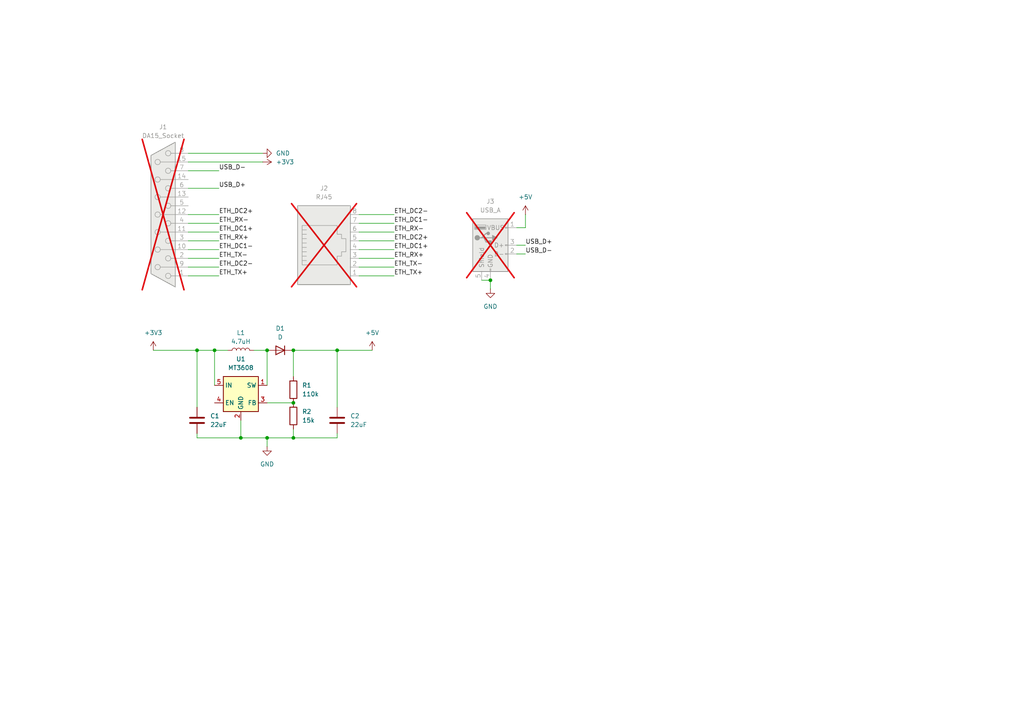
<source format=kicad_sch>
(kicad_sch (version 20250114) (generator "eeschema") (generator_version "9.0")
  (paper "A4")
  (lib_symbols
    (symbol "Connector:DA15_Socket" (pin_names (offset 1.016) (hide yes))
      (property "Reference" "J" (at 0.508 21.59 0))
      (property "Value" "DA15_Socket" (at 0 -22.225 0))
      (symbol "DA15_Socket_0_1"
        (polyline (pts (xy -3.81 20.955) (xy 3.175 17.145) (xy 3.175 -17.145) (xy -3.81 -20.955) (xy -3.81 20.955)) (stroke (width 0.254)) (fill (type background)))
        (polyline (pts (xy -3.81 17.78) (xy -2.54 17.78)))
        (polyline (pts (xy -3.81 15.24) (xy 0.508 15.24)))
        (polyline (pts (xy -3.81 12.7) (xy -2.54 12.7)))
        (polyline (pts (xy -3.81 10.16) (xy 0.508 10.16)))
        (polyline (pts (xy -3.81 7.62) (xy -2.54 7.62)))
        (polyline (pts (xy -3.81 5.08) (xy 0.508 5.08)))
        (polyline (pts (xy -3.81 2.54) (xy -2.54 2.54)))
        (polyline (pts (xy -3.81 0) (xy 0.508 0)))
        (polyline (pts (xy -3.81 -2.54) (xy -2.54 -2.54)))
        (polyline (pts (xy -3.81 -5.08) (xy 0.508 -5.08)))
        (polyline (pts (xy -3.81 -7.62) (xy -2.54 -7.62)))
        (polyline (pts (xy -3.81 -10.16) (xy 0.508 -10.16)))
        (polyline (pts (xy -3.81 -12.7) (xy -2.54 -12.7)))
        (polyline (pts (xy -3.81 -15.24) (xy 0.508 -15.24)))
        (polyline (pts (xy -3.81 -17.78) (xy -2.54 -17.78)))
        (circle (center -1.778 17.78) (radius 0.762))
        (circle (center -1.778 12.7) (radius 0.762))
        (circle (center -1.778 7.62) (radius 0.762))
        (circle (center -1.778 2.54) (radius 0.762))
        (circle (center -1.778 -2.54) (radius 0.762))
        (circle (center -1.778 -7.62) (radius 0.762))
        (circle (center -1.778 -12.7) (radius 0.762))
        (circle (center -1.778 -17.78) (radius 0.762))
        (circle (center 1.27 15.24) (radius 0.762))
        (circle (center 1.27 10.16) (radius 0.762))
        (circle (center 1.27 5.08) (radius 0.762))
        (circle (center 1.27 0) (radius 0.762))
        (circle (center 1.27 -5.08) (radius 0.762))
        (circle (center 1.27 -10.16) (radius 0.762))
        (circle (center 1.27 -15.24) (radius 0.762))
      )
      (symbol "DA15_Socket_1_1"
        (pin passive line (at -7.62 17.78 0) (length 3.81) (name "1") (number "1"))
        (pin passive line (at -7.62 15.24 0) (length 3.81) (name "P9") (number "9"))
        (pin passive line (at -7.62 12.7 0) (length 3.81) (name "2") (number "2"))
        (pin passive line (at -7.62 10.16 0) (length 3.81) (name "P10") (number "10"))
        (pin passive line (at -7.62 7.62 0) (length 3.81) (name "3") (number "3"))
        (pin passive line (at -7.62 5.08 0) (length 3.81) (name "P111") (number "11"))
        (pin passive line (at -7.62 2.54 0) (length 3.81) (name "4") (number "4"))
        (pin passive line (at -7.62 0 0) (length 3.81) (name "P12") (number "12"))
        (pin passive line (at -7.62 -2.54 0) (length 3.81) (name "5") (number "5"))
        (pin passive line (at -7.62 -5.08 0) (length 3.81) (name "P13") (number "13"))
        (pin passive line (at -7.62 -7.62 0) (length 3.81) (name "6") (number "6"))
        (pin passive line (at -7.62 -10.16 0) (length 3.81) (name "P14") (number "14"))
        (pin passive line (at -7.62 -12.7 0) (length 3.81) (name "7") (number "7"))
        (pin passive line (at -7.62 -15.24 0) (length 3.81) (name "P15") (number "15"))
        (pin passive line (at -7.62 -17.78 0) (length 3.81) (name "8") (number "8"))
      )
    )
    (symbol "Connector:RJ45" (pin_names (offset 1.016))
      (property "Reference" "J" (at -5.08 13.97 0))
      (property "Value" "RJ45" (at 2.54 13.97 0))
      (symbol "RJ45_0_1"
        (polyline (pts (xy -6.35 1.905) (xy -5.08 1.905) (xy -5.08 1.905)))
        (polyline (pts (xy -6.35 0.635) (xy -5.08 0.635) (xy -5.08 0.635)))
        (polyline (pts (xy -6.35 -0.635) (xy -5.08 -0.635) (xy -5.08 -0.635)))
        (polyline (pts (xy -6.35 -1.905) (xy -5.08 -1.905) (xy -5.08 -1.905)))
        (polyline (pts (xy -6.35 -3.175) (xy -5.08 -3.175) (xy -5.08 -3.175)))
        (polyline (pts (xy -6.35 -4.445) (xy -6.35 6.985) (xy 3.81 6.985) (xy 3.81 4.445) (xy 5.08 4.445) (xy 5.08 3.175) (xy 6.35 3.175) (xy 6.35 -0.635) (xy 5.08 -0.635) (xy 5.08 -1.905) (xy 3.81 -1.905) (xy 3.81 -4.445) (xy -6.35 -4.445) (xy -6.35 -4.445)))
        (polyline (pts (xy -5.08 5.715) (xy -6.35 5.715)))
        (polyline (pts (xy -5.08 4.445) (xy -6.35 4.445)))
        (polyline (pts (xy -5.08 3.175) (xy -6.35 3.175) (xy -6.35 3.175)))
        (rectangle (start 7.62 12.7) (end -7.62 -10.16) (stroke (width 0.254)) (fill (type background)))
      )
      (symbol "RJ45_1_1"
        (pin passive line (at 10.16 10.16 180) (length 2.54) (name "~") (number "8"))
        (pin passive line (at 10.16 7.62 180) (length 2.54) (name "~") (number "7"))
        (pin passive line (at 10.16 5.08 180) (length 2.54) (name "~") (number "6"))
        (pin passive line (at 10.16 2.54 180) (length 2.54) (name "~") (number "5"))
        (pin passive line (at 10.16 0 180) (length 2.54) (name "~") (number "4"))
        (pin passive line (at 10.16 -2.54 180) (length 2.54) (name "~") (number "3"))
        (pin passive line (at 10.16 -5.08 180) (length 2.54) (name "~") (number "2"))
        (pin passive line (at 10.16 -7.62 180) (length 2.54) (name "~") (number "1"))
      )
    )
    (symbol "Connector:USB_A" (pin_names (offset 1.016))
      (property "Reference" "J" (at -5.08 11.43 0))
      (property "Value" "USB_A" (at -5.08 8.89 0))
      (symbol "USB_A_0_1"
        (rectangle (start -5.08 -7.62) (end 5.08 7.62) (stroke (width 0.254)) (fill (type background)))
        (circle (center -3.81 2.159) (radius 0.635) (stroke (width 0.254)) (fill (type outline)))
        (polyline (pts (xy -3.175 2.159) (xy -2.54 2.159) (xy -1.27 3.429) (xy -0.635 3.429)) (stroke (width 0.254)))
        (polyline (pts (xy -2.54 2.159) (xy -1.905 2.159) (xy -1.27 0.889) (xy 0 0.889)) (stroke (width 0.254)))
        (rectangle (start -1.524 4.826) (end -4.318 5.334) (fill (type outline)))
        (rectangle (start -1.27 4.572) (end -4.572 5.842))
        (circle (center -0.635 3.429) (radius 0.381) (stroke (width 0.254)) (fill (type outline)))
        (rectangle (start -0.127 -7.62) (end 0.127 -6.858))
        (rectangle (start 0.254 1.27) (end -0.508 0.508) (stroke (width 0.254)) (fill (type outline)))
        (polyline (pts (xy 0.635 2.794) (xy 0.635 1.524) (xy 1.905 2.159) (xy 0.635 2.794)) (stroke (width 0.254)) (fill (type outline)))
        (rectangle (start 5.08 4.953) (end 4.318 5.207))
        (rectangle (start 5.08 -0.127) (end 4.318 0.127))
        (rectangle (start 5.08 -2.667) (end 4.318 -2.413))
      )
      (symbol "USB_A_1_1"
        (polyline (pts (xy -1.905 2.159) (xy 0.635 2.159)) (stroke (width 0.254)))
        (pin passive line (at -2.54 -10.16 90) (length 2.54) (name "Shield") (number "5"))
        (pin power_in line (at 0 -10.16 90) (length 2.54) (name "GND") (number "4"))
        (pin power_in line (at 7.62 5.08 180) (length 2.54) (name "VBUS") (number "1"))
        (pin bidirectional line (at 7.62 0 180) (length 2.54) (name "D+") (number "3"))
        (pin bidirectional line (at 7.62 -2.54 180) (length 2.54) (name "D-") (number "2"))
      )
    )
    (symbol "Device:C" (pin_numbers (hide yes)) (pin_names (offset 0.254))
      (property "Reference" "C" (at 0.635 2.54 0))
      (property "Value" "C" (at 0.635 -2.54 0))
      (symbol "C_0_1"
        (polyline (pts (xy -2.032 0.762) (xy 2.032 0.762)) (stroke (width 0.508)))
        (polyline (pts (xy -2.032 -0.762) (xy 2.032 -0.762)) (stroke (width 0.508)))
      )
      (symbol "C_1_1"
        (pin passive line (at 0 3.81 270) (length 2.794) (name "~") (number "1"))
        (pin passive line (at 0 -3.81 90) (length 2.794) (name "~") (number "2"))
      )
    )
    (symbol "Device:D" (pin_numbers (hide yes)) (pin_names (offset 1.016) (hide yes))
      (property "Reference" "D" (at 0 2.54 0))
      (property "Value" "D" (at 0 -2.54 0))
      (symbol "D_0_1"
        (polyline (pts (xy -1.27 1.27) (xy -1.27 -1.27)) (stroke (width 0.254)))
        (polyline (pts (xy 1.27 1.27) (xy 1.27 -1.27) (xy -1.27 0) (xy 1.27 1.27)) (stroke (width 0.254)))
        (polyline (pts (xy 1.27 0) (xy -1.27 0)))
      )
      (symbol "D_1_1"
        (pin passive line (at -3.81 0 0) (length 2.54) (name "K") (number "1"))
        (pin passive line (at 3.81 0 180) (length 2.54) (name "A") (number "2"))
      )
    )
    (symbol "Device:L" (pin_numbers (hide yes)) (pin_names (offset 1.016) (hide yes))
      (property "Reference" "L" (at -1.27 0 90))
      (property "Value" "L" (at 1.905 0 90))
      (symbol "L_0_1"
        (arc (start 0 2.54) (mid 0.6323 1.905) (end 0 1.27))
        (arc (start 0 1.27) (mid 0.6323 0.635) (end 0 0))
        (arc (start 0 0) (mid 0.6323 -0.635) (end 0 -1.27))
        (arc (start 0 -1.27) (mid 0.6323 -1.905) (end 0 -2.54))
      )
      (symbol "L_1_1"
        (pin passive line (at 0 3.81 270) (length 1.27) (name "1") (number "1"))
        (pin passive line (at 0 -3.81 90) (length 1.27) (name "2") (number "2"))
      )
    )
    (symbol "Device:R" (pin_numbers (hide yes)) (pin_names (offset 0))
      (property "Reference" "R" (at 2.032 0 90))
      (property "Value" "R" (at 0 0 90))
      (symbol "R_0_1"
        (rectangle (start -1.016 -2.54) (end 1.016 2.54) (stroke (width 0.254)))
      )
      (symbol "R_1_1"
        (pin passive line (at 0 3.81 270) (length 1.27) (name "~") (number "1"))
        (pin passive line (at 0 -3.81 90) (length 1.27) (name "~") (number "2"))
      )
    )
    (symbol "Regulator_Switching:MT3608"
      (property "Reference" "U" (at -2.54 8.89 0))
      (property "Value" "MT3608" (at -3.81 6.35 0))
      (symbol "MT3608_0_1"
        (rectangle (start -5.08 5.08) (end 5.08 -5.08) (stroke (width 0.254)) (fill (type background)))
      )
      (symbol "MT3608_1_1"
        (pin power_in line (at -7.62 2.54 0) (length 2.54) (name "IN") (number "5"))
        (pin input line (at -7.62 -2.54 0) (length 2.54) (name "EN") (number "4"))
        (pin power_in line (at 0 -7.62 90) (length 2.54) (name "GND") (number "2"))
        (pin no_connect line (at 5.08 0 180) (length 2.54) (hide yes) (name "NC") (number "6"))
        (pin passive line (at 7.62 2.54 180) (length 2.54) (name "SW") (number "1"))
        (pin input line (at 7.62 -2.54 180) (length 2.54) (name "FB") (number "3"))
      )
    )
    (symbol "power:+3V3" (power) (pin_numbers (hide yes)) (pin_names (offset 0) (hide yes))
      (property "Value" "+3V3" (at 0 3.556 0))
      (symbol "+3V3_0_1"
        (polyline (pts (xy -0.762 1.27) (xy 0 2.54)))
        (polyline (pts (xy 0 2.54) (xy 0.762 1.27)))
        (polyline (pts (xy 0 0) (xy 0 2.54)))
      )
      (symbol "+3V3_1_1"
        (pin power_in line (at 0 0 90) (length 0) (name "~") (number "1"))
      )
    )
    (symbol "power:+5V" (power) (pin_numbers (hide yes)) (pin_names (offset 0) (hide yes))
      (property "Value" "+5V" (at 0 3.556 0))
      (symbol "+5V_0_1"
        (polyline (pts (xy -0.762 1.27) (xy 0 2.54)))
        (polyline (pts (xy 0 2.54) (xy 0.762 1.27)))
        (polyline (pts (xy 0 0) (xy 0 2.54)))
      )
      (symbol "+5V_1_1"
        (pin power_in line (at 0 0 90) (length 0) (name "~") (number "1"))
      )
    )
    (symbol "power:GND" (power) (pin_numbers (hide yes)) (pin_names (offset 0) (hide yes))
      (property "Value" "GND" (at 0 -3.81 0))
      (symbol "GND_0_1"
        (polyline (pts (xy 0 0) (xy 0 -1.27) (xy 1.27 -1.27) (xy 0 -2.54) (xy -1.27 -1.27) (xy 0 -1.27)))
      )
      (symbol "GND_1_1"
        (pin power_in line (at 0 0 270) (length 0) (name "~") (number "1"))
      )
    )
  )
  (junction (at 85.09 116.84))
  (junction (at 85.09 101.6))
  (junction (at 77.47 101.6))
  (junction (at 142.24 81.28))
  (junction (at 85.09 127))
  (junction (at 57.15 101.6))
  (junction (at 97.79 101.6))
  (junction (at 77.47 127))
  (junction (at 62.23 101.6))
  (junction (at 69.85 127))
  (wire (pts (xy 63.5 49.53) (xy 54.61 49.53)))
  (wire (pts (xy 54.61 67.31) (xy 63.5 67.31)))
  (wire (pts (xy 54.61 64.77) (xy 63.5 64.77)))
  (wire (pts (xy 97.79 125.73) (xy 97.79 127)))
  (wire (pts (xy 62.23 111.76) (xy 62.23 101.6)))
  (wire (pts (xy 57.15 101.6) (xy 62.23 101.6)))
  (wire (pts (xy 142.24 83.82) (xy 142.24 81.28)))
  (wire (pts (xy 85.09 109.22) (xy 85.09 101.6)))
  (wire (pts (xy 69.85 121.92) (xy 69.85 127)))
  (wire (pts (xy 54.61 69.85) (xy 63.5 69.85)))
  (wire (pts (xy 152.4 62.23) (xy 152.4 66.04)))
  (wire (pts (xy 85.09 127) (xy 77.47 127)))
  (wire (pts (xy 57.15 127) (xy 69.85 127)))
  (wire (pts (xy 57.15 127) (xy 57.15 125.73)))
  (wire (pts (xy 77.47 101.6) (xy 73.66 101.6)))
  (wire (pts (xy 77.47 127) (xy 69.85 127)))
  (wire (pts (xy 54.61 77.47) (xy 63.5 77.47)))
  (wire (pts (xy 97.79 101.6) (xy 107.95 101.6)))
  (wire (pts (xy 54.61 72.39) (xy 63.5 72.39)))
  (wire (pts (xy 104.14 74.93) (xy 114.3 74.93)))
  (wire (pts (xy 76.2 44.45) (xy 54.61 44.45)))
  (wire (pts (xy 54.61 80.01) (xy 63.5 80.01)))
  (wire (pts (xy 85.09 124.46) (xy 85.09 127)))
  (wire (pts (xy 152.4 66.04) (xy 149.86 66.04)))
  (wire (pts (xy 97.79 101.6) (xy 97.79 118.11)))
  (wire (pts (xy 104.14 69.85) (xy 114.3 69.85)))
  (wire (pts (xy 152.4 73.66) (xy 149.86 73.66)))
  (wire (pts (xy 54.61 62.23) (xy 63.5 62.23)))
  (wire (pts (xy 104.14 64.77) (xy 114.3 64.77)))
  (wire (pts (xy 44.45 101.6) (xy 57.15 101.6)))
  (wire (pts (xy 77.47 111.76) (xy 77.47 101.6)))
  (wire (pts (xy 104.14 72.39) (xy 114.3 72.39)))
  (wire (pts (xy 104.14 62.23) (xy 114.3 62.23)))
  (wire (pts (xy 152.4 71.12) (xy 149.86 71.12)))
  (wire (pts (xy 57.15 101.6) (xy 57.15 118.11)))
  (wire (pts (xy 62.23 101.6) (xy 66.04 101.6)))
  (wire (pts (xy 76.2 46.99) (xy 54.61 46.99)))
  (wire (pts (xy 104.14 67.31) (xy 114.3 67.31)))
  (wire (pts (xy 139.7 81.28) (xy 142.24 81.28)))
  (wire (pts (xy 85.09 101.6) (xy 97.79 101.6)))
  (wire (pts (xy 63.5 54.61) (xy 54.61 54.61)))
  (wire (pts (xy 104.14 80.01) (xy 114.3 80.01)))
  (wire (pts (xy 54.61 74.93) (xy 63.5 74.93)))
  (wire (pts (xy 77.47 116.84) (xy 85.09 116.84)))
  (wire (pts (xy 104.14 77.47) (xy 114.3 77.47)))
  (wire (pts (xy 97.79 127) (xy 85.09 127)))
  (wire (pts (xy 77.47 127) (xy 77.47 129.54)))
  (label "USB_D-" (at 63.5 49.53 0))
  (label "ETH_DC2-" (at 114.3 62.23 0))
  (label "ETH_TX+" (at 114.3 80.01 0))
  (label "ETH_DC1-" (at 63.5 72.39 0))
  (label "ETH_RX+" (at 63.5 69.85 0))
  (label "USB_D+" (at 152.4 71.12 0))
  (label "USB_D-" (at 152.4 73.66 0))
  (label "ETH_TX-" (at 63.5 74.93 0))
  (label "ETH_TX+" (at 63.5 80.01 0))
  (label "ETH_DC1-" (at 114.3 64.77 0))
  (label "ETH_RX-" (at 63.5 64.77 0))
  (label "ETH_DC2+" (at 114.3 69.85 0))
  (label "ETH_TX-" (at 114.3 77.47 0))
  (label "ETH_RX+" (at 114.3 74.93 0))
  (label "ETH_DC2-" (at 63.5 77.47 0))
  (label "USB_D+" (at 63.5 54.61 0))
  (label "ETH_DC1+" (at 63.5 67.31 0))
  (label "ETH_RX-" (at 114.3 67.31 0))
  (label "ETH_DC1+" (at 114.3 72.39 0))
  (label "ETH_DC2+" (at 63.5 62.23 0))
  (symbol (lib_id "Connector:RJ45") (at 93.98 72.39 0) (unit 1) (in_bom no) (dnp yes)
    (property "Reference" "J2" (at 93.98 54.61 0))
    (property "Value" "RJ45" (at 93.98 57.15 0))
    (property "Footprint" "Connector_RJ:RJ45_OST_PJ012-8P8CX_Vertical" (effects (hide yes)))
    (property "Description" "RJ connector, 8P8C (8 positions 8 connected)" (effects (hide yes)))
  )
  (symbol (lib_id "power:+3V3") (at 76.2 46.99 270) (unit 1)
    (property "Reference" "#PWR07" (effects (hide yes)))
    (property "Value" "+3V3" (at 80.01 46.9899 90) (effects (justify left)))
    (property "Description" "Power symbol creates a global label with name \"+3V3\"" (effects (hide yes)))
  )
  (symbol (lib_id "Regulator_Switching:MT3608") (at 69.85 114.3 0) (unit 1)
    (property "Reference" "U1" (at 69.85 104.14 0))
    (property "Value" "MT3608" (at 69.85 106.68 0))
    (property "Footprint" "Package_TO_SOT_SMD:SOT-23-6" (effects (hide yes)))
    (property "Datasheet" "https://www.lcsc.com/datasheet/C84817.pdf" (effects (hide yes)))
    (property "Description" "High Efficiency 1.2MHz 2A Step Up Converter, 2-24V Vin, 28V Vout, 4A current limit, 1.2MHz, SOT23-6" (effects (hide yes)))
    (property "LCSC" "C84817" (effects (hide yes)))
  )
  (symbol (lib_id "Connector:USB_A") (at 142.24 71.12 0) (unit 1) (in_bom no) (dnp yes)
    (property "Reference" "J3" (at 142.24 58.42 0))
    (property "Value" "USB_A" (at 142.24 60.96 0))
    (property "Footprint" "Connector_USB:USB_A_Molex_105057_Vertical" (effects (hide yes)))
    (property "Description" "USB Type A connector" (effects (hide yes)))
  )
  (symbol (lib_id "power:GND") (at 77.47 129.54 0) (unit 1)
    (property "Reference" "#PWR01" (effects (hide yes)))
    (property "Value" "GND" (at 77.47 134.62 0))
    (property "Description" "Power symbol creates a global label with name \"GND\" , ground" (effects (hide yes)))
  )
  (symbol (lib_id "power:+3V3") (at 44.45 101.6 0) (unit 1)
    (property "Reference" "#PWR02" (effects (hide yes)))
    (property "Value" "+3V3" (at 44.45 96.52 0))
    (property "Description" "Power symbol creates a global label with name \"+3V3\"" (effects (hide yes)))
  )
  (symbol (lib_id "power:GND") (at 76.2 44.45 90) (unit 1)
    (property "Reference" "#PWR04" (effects (hide yes)))
    (property "Value" "GND" (at 80.01 44.4499 90) (effects (justify right)))
    (property "Description" "Power symbol creates a global label with name \"GND\" , ground" (effects (hide yes)))
  )
  (symbol (lib_id "Connector:DA15_Socket") (at 46.99 62.23 180) (unit 1) (in_bom no) (dnp yes)
    (property "Reference" "J1" (at 47.3075 36.83 0))
    (property "Value" "DA15_Socket" (at 47.3075 39.37 0))
    (property "Footprint" "Connector_Dsub:DSUB-15_Socket_Vertical_P2.77x2.84mm" (effects (hide yes)))
    (property "Description" "15-pin D-SUB connector, socket (female) (low-density/2 columns)" (effects (hide yes)))
  )
  (symbol (lib_id "Device:D") (at 81.28 101.6 180) (unit 1)
    (property "Reference" "D1" (at 81.28 95.25 0))
    (property "Value" "D" (at 81.28 97.79 0))
    (property "Footprint" "Diode_SMD:D_SMA" (effects (hide yes)))
    (property "Datasheet" "https://www.lcsc.com/datasheet/C727050.pdf" (effects (hide yes)))
    (property "Description" "Diode" (effects (hide yes)))
    (property "Sim.Device" "D" (effects (hide yes)))
    (property "Sim.Pins" "1=K 2=A" (effects (hide yes)))
    (property "LCSC" "C727050" (effects (hide yes)))
  )
  (symbol (lib_id "Device:R") (at 85.09 120.65 0) (unit 1)
    (property "Reference" "R2" (at 87.63 119.3799 0) (effects (justify left)))
    (property "Value" "15k" (at 87.63 121.9199 0) (effects (justify left)))
    (property "Footprint" "Resistor_SMD:R_0603_1608Metric" (effects (hide yes)))
    (property "Datasheet" "https://www.lcsc.com/datasheet/C2906995.pdf" (effects (hide yes)))
    (property "Description" "Resistor" (effects (hide yes)))
    (property "LCSC" "C2906995" (effects (hide yes)))
  )
  (symbol (lib_id "Device:R") (at 85.09 113.03 0) (unit 1)
    (property "Reference" "R1" (at 87.63 111.7599 0) (effects (justify left)))
    (property "Value" "110k" (at 87.63 114.2999 0) (effects (justify left)))
    (property "Footprint" "Resistor_SMD:R_0603_1608Metric" (effects (hide yes)))
    (property "Datasheet" "https://www.lcsc.com/datasheet/C2906984.pdf" (effects (hide yes)))
    (property "Description" "Resistor" (effects (hide yes)))
    (property "LCSC" "C2906984" (effects (hide yes)))
  )
  (symbol (lib_id "power:+5V") (at 152.4 62.23 0) (unit 1)
    (property "Reference" "#PWR06" (effects (hide yes)))
    (property "Value" "+5V" (at 152.4 57.15 0))
    (property "Description" "Power symbol creates a global label with name \"+5V\"" (effects (hide yes)))
  )
  (symbol (lib_id "Device:L") (at 69.85 101.6 90) (unit 1)
    (property "Reference" "L1" (at 69.85 96.52 90))
    (property "Value" "4.7uH" (at 69.85 99.06 90))
    (property "Footprint" "Inductor_SMD:L_APV_APH0630" (effects (hide yes)))
    (property "Datasheet" "https://www.lcsc.com/datasheet/C5349702.pdf" (effects (hide yes)))
    (property "Description" "Inductor" (effects (hide yes)))
    (property "LCSC" "C5349702" (effects (hide yes)))
  )
  (symbol (lib_id "power:GND") (at 142.24 83.82 0) (unit 1)
    (property "Reference" "#PWR05" (effects (hide yes)))
    (property "Value" "GND" (at 142.24 88.9 0))
    (property "Description" "Power symbol creates a global label with name \"GND\" , ground" (effects (hide yes)))
  )
  (symbol (lib_id "Device:C") (at 57.15 121.92 0) (unit 1)
    (property "Reference" "C1" (at 60.96 120.6499 0) (effects (justify left)))
    (property "Value" "22uF" (at 60.96 123.1899 0) (effects (justify left)))
    (property "Footprint" "Capacitor_SMD:C_0603_1608Metric" (effects (hide yes)))
    (property "Datasheet" "https://www.lcsc.com/datasheet/C86295.pdf" (effects (hide yes)))
    (property "Description" "Unpolarized capacitor" (effects (hide yes)))
    (property "LCSC" "C86295" (effects (hide yes)))
  )
  (symbol (lib_id "Device:C") (at 97.79 121.92 0) (unit 1)
    (property "Reference" "C2" (at 101.6 120.6499 0) (effects (justify left)))
    (property "Value" "22uF" (at 101.6 123.1899 0) (effects (justify left)))
    (property "Footprint" "Capacitor_SMD:C_0603_1608Metric" (effects (hide yes)))
    (property "Datasheet" "https://www.lcsc.com/datasheet/C86295.pdf" (effects (hide yes)))
    (property "Description" "Unpolarized capacitor" (effects (hide yes)))
    (property "LCSC" "C86295" (effects (hide yes)))
  )
  (symbol (lib_id "power:+5V") (at 107.95 101.6 0) (unit 1)
    (property "Reference" "#PWR03" (effects (hide yes)))
    (property "Value" "+5V" (at 107.95 96.52 0))
    (property "Description" "Power symbol creates a global label with name \"+5V\"" (effects (hide yes)))
  )
)
</source>
